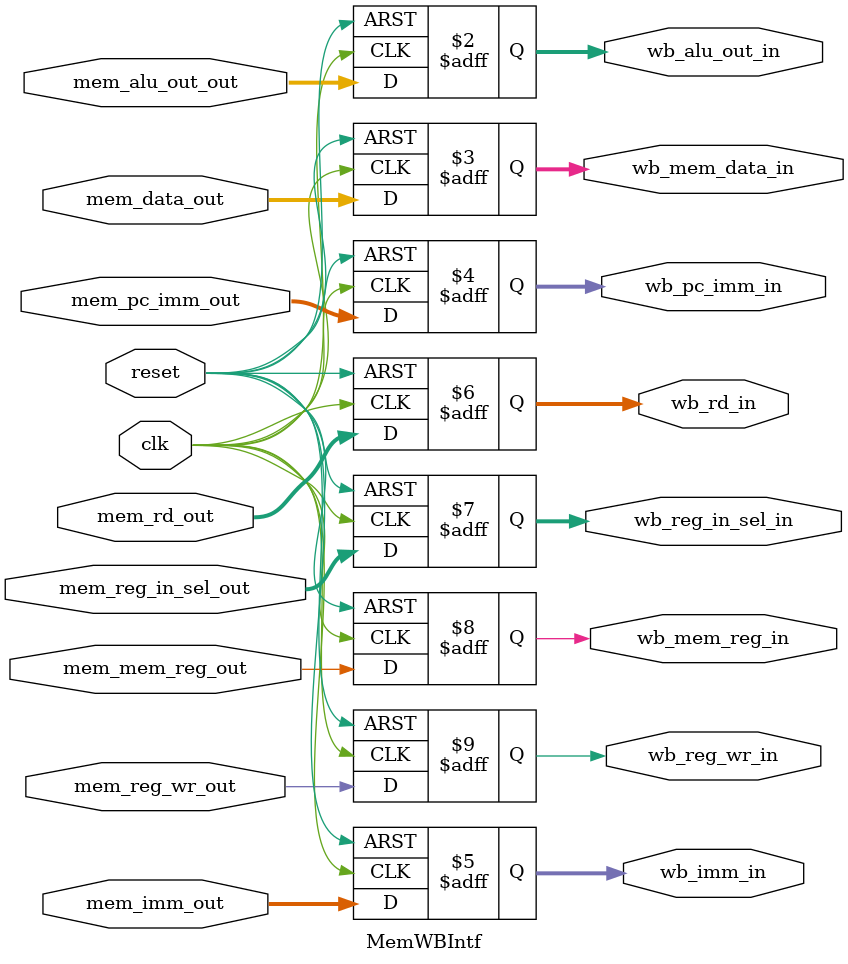
<source format=v>
module MemWBIntf(
    input clk,
    input reset,
    input [31:0] mem_alu_out_out,
    input [31:0] mem_data_out,
    input [31:0] mem_pc_imm_out,
    input [31:0] mem_imm_out,
    input [4:0] mem_rd_out,
    input [1:0] mem_reg_in_sel_out,
    input mem_mem_reg_out,
    input mem_reg_wr_out,

    output reg [31:0] wb_alu_out_in,
    output reg [31:0] wb_mem_data_in,
    output reg [31:0] wb_pc_imm_in,
    output reg [31:0] wb_imm_in,
    output reg [4:0] wb_rd_in,
    output reg [1:0] wb_reg_in_sel_in,
    output reg wb_mem_reg_in,
    output reg wb_reg_wr_in   
);

    always @(posedge clk or posedge reset) begin
        if(reset) begin 
            wb_alu_out_in <= 0;
            wb_mem_data_in <= 0;
            wb_pc_imm_in <= 0;
            wb_imm_in <= 0;
            wb_rd_in <= 0;
            wb_reg_in_sel_in <= 0;
            wb_mem_reg_in <= 0;
            wb_reg_wr_in <= 0;
        end
        else begin 
            wb_alu_out_in <= mem_alu_out_out;
            wb_mem_data_in <= mem_data_out;
            wb_pc_imm_in <= mem_pc_imm_out;
            wb_imm_in <= mem_imm_out;
            wb_rd_in <= mem_rd_out;
            wb_reg_in_sel_in <= mem_reg_in_sel_out;
            wb_mem_reg_in <= mem_mem_reg_out;
            wb_reg_wr_in <= mem_reg_wr_out;     
        end
    end

endmodule
</source>
